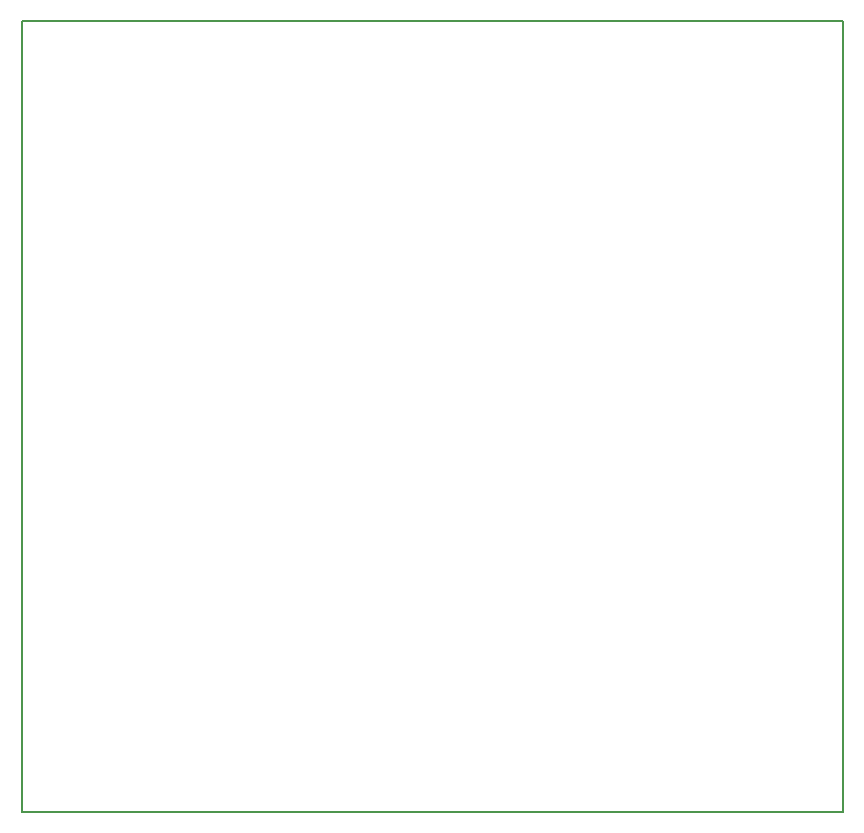
<source format=gm1>
G04 #@! TF.GenerationSoftware,KiCad,Pcbnew,(6.0.10)*
G04 #@! TF.CreationDate,2023-02-13T10:30:41+01:00*
G04 #@! TF.ProjectId,iC880A_Adapter_V1.1,69433838-3041-45f4-9164-61707465725f,rev?*
G04 #@! TF.SameCoordinates,Original*
G04 #@! TF.FileFunction,Profile,NP*
%FSLAX46Y46*%
G04 Gerber Fmt 4.6, Leading zero omitted, Abs format (unit mm)*
G04 Created by KiCad (PCBNEW (6.0.10)) date 2023-02-13 10:30:41*
%MOMM*%
%LPD*%
G01*
G04 APERTURE LIST*
G04 #@! TA.AperFunction,Profile*
%ADD10C,0.200000*%
G04 #@! TD*
G04 APERTURE END LIST*
D10*
X146029920Y-127656680D02*
X76529920Y-127656680D01*
X146029920Y-194656680D02*
X76529920Y-194656680D01*
X146029920Y-194656680D02*
X146029920Y-127656680D01*
X76529920Y-194656680D02*
X76529920Y-127656680D01*
M02*

</source>
